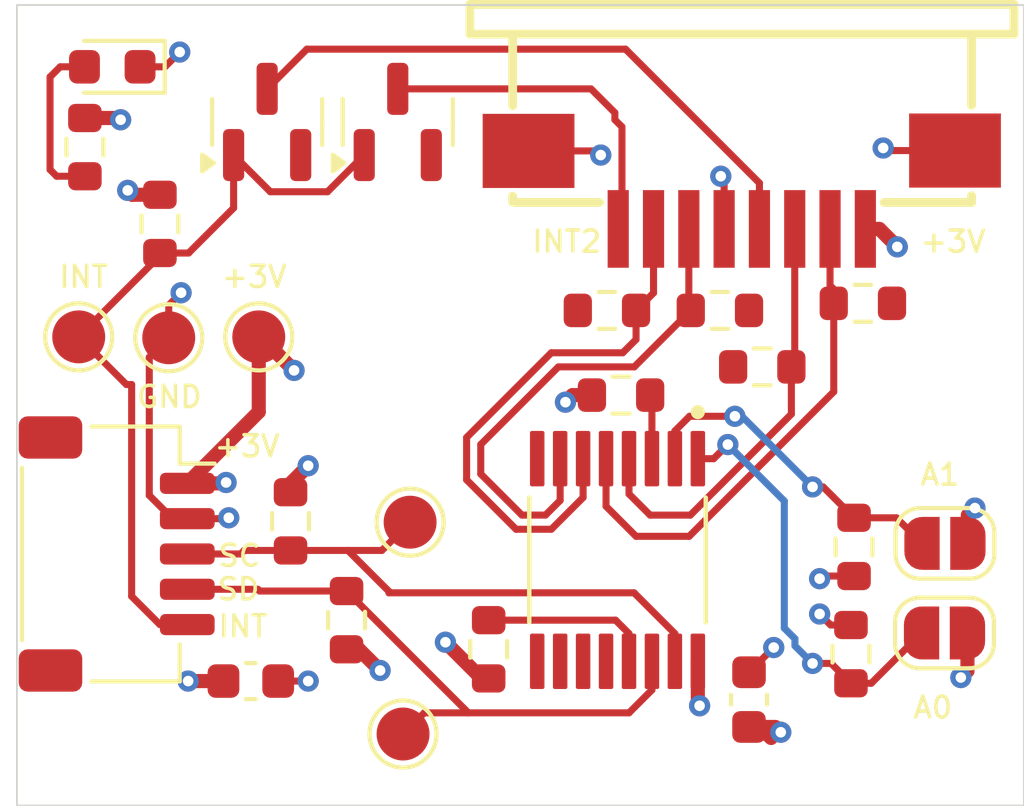
<source format=kicad_pcb>
(kicad_pcb (version 20241229) (generator "pcbnew") (generator_version "9.0")
  (layers (0 "F.Cu" signal) (4 "In1.Cu" signal) (6 "In2.Cu" signal) (2 "B.Cu" signal) (13 "F.Paste" user) (15 "B.Paste" user) (5 "F.SilkS" user "F.Silkscreen") (7 "B.SilkS" user "B.Silkscreen") (1 "F.Mask" user) (3 "B.Mask" user) (25 "Edge.Cuts" user))
  (net 0 "")
  (net 1 "+3.3V")
  (net 2 "GND")
  (net 3 "Net-(D1-A)")
  (net 4 "Net-(D2-A)")
  (net 7 "Net-(J1-Pin_4)")
  (net 8 "Net-(J1-Pin_3)")
  (net 9 "Net-(JP3-A)")
  (net 10 "Net-(JP4-A)")
  (net 11 "Net-(U1-~{RESET})")
  (net 16 "Net-(U1-A2)")
  (net 17 "/INT1")
  (net 18 "/INT2")
  (net 19 "/SCL2")
  (net 20 "/SCL1")
  (net 21 "/SDA1")
  (net 22 "/SDA2")
  (footprint "Capacitor_SMD:C_0603_1608Metric" (layer "F.Cu") (at 143.4875 62.3 180)
    (property "Reference" "C1" (hide yes))
    (property "Value" "2.2µF" (hide yes))
    (fp_line (start -0.14058 0.51) (end 0.14058 0.51) (stroke (width 0.12)) (layer "F.SilkS"))
    (fp_line (start -0.14058 -0.51) (end 0.14058 -0.51) (stroke (width 0.12)) (layer "F.SilkS"))
    (pad "1" smd roundrect (at -0.775 0 180) (size 0.9 0.95) (layers "F.Cu" "F.Mask" "F.Paste") (net 2 "GND"))
    (pad "2" smd roundrect (at 0.775 0 180) (size 0.9 0.95) (layers "F.Cu" "F.Mask" "F.Paste") (net 1 "+3.3V"))
  )
  (footprint "Resistor_SMD:R_0603_1608Metric" (layer "F.Cu") (at 160.825 51.6)
    (property "Reference" "R9" (hide yes))
    (property "Value" "4.7kΩ" (hide yes))
    (fp_line (start -0.237258 -0.5225) (end 0.237258 -0.5225) (stroke (width 0.12)) (layer "F.SilkS"))
    (fp_line (start -0.237258 0.5225) (end 0.237258 0.5225) (stroke (width 0.12)) (layer "F.SilkS"))
    (pad "1" smd roundrect (at -0.825 0) (size 0.8 0.95) (layers "F.Cu" "F.Mask" "F.Paste") (net 20 "/SCL1"))
    (pad "2" smd roundrect (at 0.825 0) (size 0.8 0.95) (layers "F.Cu" "F.Mask" "F.Paste") (net 1 "+3.3V"))
  )
  (footprint "TestPoint:TestPoint_Pad_D1.5mm" (layer "F.Cu") (at 143.7125 52.55)
    (property "Reference" "TP1" (hide yes))
    (property "Value" "TestPoint_Small" (hide yes))
    (fp_circle (center 0 0) (end 0 0.95) (stroke (width 0.12)) (fill no) (layer "F.SilkS"))
    (pad "1" smd circle (at 0 0) (size 1.5 1.5) (layers "F.Cu" "F.Mask") (net 1 "+3.3V"))
  )
  (footprint "TestPoint:TestPoint_Pad_D1.5mm" (layer "F.Cu") (at 147.8 63.8 -90)
    (property "Reference" "TP4" (hide yes))
    (property "Value" "TestPoint_Small" (hide yes))
    (fp_circle (center 0 0) (end 0 0.95) (stroke (width 0.12)) (fill no) (layer "F.SilkS"))
    (pad "1" smd circle (at 0 0 270) (size 1.5 1.5) (layers "F.Cu" "F.Mask") (net 7 "Net-(J1-Pin_4)"))
  )
  (footprint "Jumper:SolderJumper-2_P1.3mm_Open_RoundedPad1.0x1.5mm" (layer "F.Cu") (at 163.1375 60.9375)
    (property "Reference" "JP4" (hide yes))
    (property "Value" "SolderJumper_2_Open" (hide yes))
    (fp_line (start -1.4 0.3) (end -1.4 -0.3) (stroke (width 0.12)) (layer "F.SilkS"))
    (fp_line (start -0.7 -1) (end 0.7 -1) (stroke (width 0.12)) (layer "F.SilkS"))
    (fp_line (start 0.7 1) (end -0.7 1) (stroke (width 0.12)) (layer "F.SilkS"))
    (fp_line (start 1.4 -0.3) (end 1.4 0.3) (stroke (width 0.12)) (layer "F.SilkS"))
    (fp_arc (start -1.4 -0.3) (mid -1.194975 -0.794975) (end -0.7 -1) (stroke (width 0.12)) (layer "F.SilkS"))
    (fp_arc (start -0.7 1) (mid -1.194975 0.794975) (end -1.4 0.3) (stroke (width 0.12)) (layer "F.SilkS"))
    (fp_arc (start 0.7 -1) (mid 1.194975 -0.794975) (end 1.4 -0.3) (stroke (width 0.12)) (layer "F.SilkS"))
    (fp_arc (start 1.4 0.3) (mid 1.194975 0.794975) (end 0.7 1) (stroke (width 0.12)) (layer "F.SilkS"))
    (pad "1" smd custom (at -0.65 0) (size 1 0.5) (layers "F.Cu" "F.Mask") (net 10 "Net-(JP4-A)") (options (clearance outline) (anchor rect)) (primitives (gr_circle (center 0 0.25) (end 0.5 0.25) (width 0) (fill yes)) (gr_circle (center 0 -0.25) (end 0.5 -0.25) (width 0) (fill yes)) (gr_poly (pts (xy 0.5 0.75) (xy 0 0.75) (xy 0 -0.75) (xy 0.5 -0.75)) (width 0) (fill yes))))
    (pad "2" smd custom (at 0.65 0) (size 1 0.5) (layers "F.Cu" "F.Mask") (net 1 "+3.3V") (options (clearance outline) (anchor rect)) (primitives (gr_circle (center 0 0.25) (end 0.5 0.25) (width 0) (fill yes)) (gr_circle (center 0 -0.25) (end 0.5 -0.25) (width 0) (fill yes)) (gr_poly (pts (xy 0 0.75) (xy -0.5 0.75) (xy -0.5 -0.75) (xy 0 -0.75)) (width 0) (fill yes))))
  )
  (footprint "Resistor_SMD:R_0603_1608Metric" (layer "F.Cu") (at 153.575 51.8)
    (property "Reference" "R6" (hide yes))
    (property "Value" "4.7kΩ" (hide yes))
    (fp_line (start -0.237258 -0.5225) (end 0.237258 -0.5225) (stroke (width 0.12)) (layer "F.SilkS"))
    (fp_line (start -0.237258 0.5225) (end 0.237258 0.5225) (stroke (width 0.12)) (layer "F.SilkS"))
    (pad "1" smd roundrect (at -0.825 0) (size 0.8 0.95) (layers "F.Cu" "F.Mask" "F.Paste") (net 1 "+3.3V"))
    (pad "2" smd roundrect (at 0.825 0) (size 0.8 0.95) (layers "F.Cu" "F.Mask" "F.Paste") (net 22 "/SDA2"))
  )
  (footprint "Resistor_SMD:R_0603_1608Metric" (layer "F.Cu") (at 140.9125 49.35 -90)
    (property "Reference" "R5" (hide yes))
    (property "Value" "8.2kΩ" (hide yes))
    (fp_line (start -0.237258 0.5225) (end 0.237258 0.5225) (stroke (width 0.12)) (layer "F.SilkS"))
    (fp_line (start -0.237258 -0.5225) (end 0.237258 -0.5225) (stroke (width 0.12)) (layer "F.SilkS"))
    (pad "1" smd roundrect (at -0.825 0 270) (size 0.8 0.95) (layers "F.Cu" "F.Mask" "F.Paste") (net 1 "+3.3V"))
    (pad "2" smd roundrect (at 0.825 0 270) (size 0.8 0.95) (layers "F.Cu" "F.Mask" "F.Paste") (net 4 "Net-(D2-A)"))
  )
  (footprint "Resistor_SMD:R_0603_1608Metric" (layer "F.Cu") (at 160.575 58.5 90)
    (property "Reference" "R14" (hide yes))
    (property "Value" "10kΩ" (hide yes))
    (fp_line (start -0.237258 -0.5225) (end 0.237258 -0.5225) (stroke (width 0.12)) (layer "F.SilkS"))
    (fp_line (start -0.237258 0.5225) (end 0.237258 0.5225) (stroke (width 0.12)) (layer "F.SilkS"))
    (pad "1" smd roundrect (at -0.825 0 90) (size 0.8 0.95) (layers "F.Cu" "F.Mask" "F.Paste") (net 2 "GND"))
    (pad "2" smd roundrect (at 0.825 0 90) (size 0.8 0.95) (layers "F.Cu" "F.Mask" "F.Paste") (net 9 "Net-(JP3-A)"))
  )
  (footprint "Resistor_SMD:R_0603_1608Metric" (layer "F.Cu") (at 153.975 54.2 180)
    (property "Reference" "R3" (hide yes))
    (property "Value" "10kΩ" (hide yes))
    (fp_line (start -0.237258 0.5225) (end 0.237258 0.5225) (stroke (width 0.12)) (layer "F.SilkS"))
    (fp_line (start -0.237258 -0.5225) (end 0.237258 -0.5225) (stroke (width 0.12)) (layer "F.SilkS"))
    (pad "1" smd roundrect (at -0.825 0 180) (size 0.8 0.95) (layers "F.Cu" "F.Mask" "F.Paste") (net 11 "Net-(U1-~{RESET})"))
    (pad "2" smd roundrect (at 0.825 0 180) (size 0.8 0.95) (layers "F.Cu" "F.Mask" "F.Paste") (net 1 "+3.3V"))
  )
  (footprint "TestPoint:TestPoint_Pad_D1.5mm" (layer "F.Cu") (at 141.1625 52.575)
    (property "Reference" "TP2" (hide yes))
    (property "Value" "TestPoint_Small" (hide yes))
    (fp_circle (center 0 0) (end 0 0.95) (stroke (width 0.12)) (fill no) (layer "F.SilkS"))
    (pad "1" smd circle (at 0 0) (size 1.5 1.5) (layers "F.Cu" "F.Mask") (net 2 "GND"))
  )
  (footprint "Resistor_SMD:R_0603_1608Metric" (layer "F.Cu") (at 150.225 61.4 -90)
    (property "Reference" "R12" (hide yes))
    (property "Value" "10kΩ" (hide yes))
    (fp_line (start -0.237258 0.5225) (end 0.237258 0.5225) (stroke (width 0.12)) (layer "F.SilkS"))
    (fp_line (start -0.237258 -0.5225) (end 0.237258 -0.5225) (stroke (width 0.12)) (layer "F.SilkS"))
    (pad "1" smd roundrect (at -0.825 0 270) (size 0.8 0.95) (layers "F.Cu" "F.Mask" "F.Paste") (net 16 "Net-(U1-A2)"))
    (pad "2" smd roundrect (at 0.825 0 270) (size 0.8 0.95) (layers "F.Cu" "F.Mask" "F.Paste") (net 1 "+3.3V"))
  )
  (footprint "Resistor_SMD:R_0603_1608Metric" (layer "F.Cu") (at 160.4875 61.5375 -90)
    (property "Reference" "R13" (hide yes))
    (property "Value" "10kΩ" (hide yes))
    (fp_line (start -0.237258 0.5225) (end 0.237258 0.5225) (stroke (width 0.12)) (layer "F.SilkS"))
    (fp_line (start -0.237258 -0.5225) (end 0.237258 -0.5225) (stroke (width 0.12)) (layer "F.SilkS"))
    (pad "1" smd roundrect (at -0.825 0 270) (size 0.8 0.95) (layers "F.Cu" "F.Mask" "F.Paste") (net 2 "GND"))
    (pad "2" smd roundrect (at 0.825 0 270) (size 0.8 0.95) (layers "F.Cu" "F.Mask" "F.Paste") (net 10 "Net-(JP4-A)"))
  )
  (footprint "Package_TO_SOT_SMD:SOT-23" (layer "F.Cu") (at 147.65 46.4625 90)
    (property "Reference" "D3" (hide yes))
    (property "Value" "BAT54S" (hide yes))
    (fp_line (start 0 -1.56) (end 0.65 -1.56) (stroke (width 0.12)) (layer "F.SilkS"))
    (fp_line (start 0 -1.56) (end -0.65 -1.56) (stroke (width 0.12)) (layer "F.SilkS"))
    (fp_line (start 0 1.56) (end 0.65 1.56) (stroke (width 0.12)) (layer "F.SilkS"))
    (fp_line (start 0 1.56) (end -0.65 1.56) (stroke (width 0.12)) (layer "F.SilkS"))
    (fp_poly (pts (xy -1.1625 -1.51) (xy -1.4025 -1.84) (xy -0.9225 -1.84)) (stroke (width 0.12)) (fill yes) (layer "F.SilkS"))
    (pad "1" smd roundrect (at -0.9375 -0.95 90) (size 1.475 0.6) (layers "F.Cu" "F.Mask" "F.Paste") (net 4 "Net-(D2-A)"))
    (pad "2" smd roundrect (at -0.9375 0.95 90) (size 1.475 0.6) (layers "F.Cu" "F.Mask" "F.Paste"))
    (pad "3" smd roundrect (at 0.9375 0 90) (size 1.475 0.6) (layers "F.Cu" "F.Mask" "F.Paste") (net 18 "/INT2"))
  )
  (footprint "easyeda2kicad:FPC-SMD_8P-P1.00_FPC1.0-8P-SJ" (layer "F.Cu") (at 157.395 48.3825)
    (property "Reference" "FPC1" (hide yes))
    (property "Value" "FPC1.0-8P" (hide yes))
    (fp_line (start -7.7 -5.25) (end -7.7 -4.42) (stroke (width 0.25)) (layer "F.SilkS"))
    (fp_line (start -7.7 -5.25) (end -6.5 -5.25) (stroke (width 0.25)) (layer "F.SilkS"))
    (fp_line (start -7.7 -4.41) (end 7.71 -4.41) (stroke (width 0.25)) (layer "F.SilkS"))
    (fp_line (start -6.49 -2.38) (end -6.49 -4.41) (stroke (width 0.25)) (layer "F.SilkS"))
    (fp_line (start -6.49 0.35) (end -6.49 0.18) (stroke (width 0.25)) (layer "F.SilkS"))
    (fp_line (start -4.03 0.36) (end -6.42 0.36) (stroke (width 0.25)) (layer "F.SilkS"))
    (fp_line (start 6.51 -4.39) (end 6.51 -2.39) (stroke (width 0.25)) (layer "F.SilkS"))
    (fp_line (start 6.51 0.17) (end 6.51 0.36) (stroke (width 0.25)) (layer "F.SilkS"))
    (fp_line (start 6.51 0.36) (end 4.03 0.36) (stroke (width 0.25)) (layer "F.SilkS"))
    (fp_line (start 7.71 -5.25) (end -6.49 -5.25) (stroke (width 0.25)) (layer "F.SilkS"))
    (fp_line (start 7.71 -5.25) (end 7.71 -4.42) (stroke (width 0.25)) (layer "F.SilkS"))
    (pad "1" smd rect (at 3.5 1.11) (size 0.6 2.2) (layers "F.Cu" "F.Mask" "F.Paste") (net 1 "+3.3V"))
    (pad "2" smd rect (at 2.5 1.11) (size 0.6 2.2) (layers "F.Cu" "F.Mask" "F.Paste") (net 20 "/SCL1"))
    (pad "3" smd rect (at 1.5 1.11) (size 0.6 2.2) (layers "F.Cu" "F.Mask" "F.Paste") (net 21 "/SDA1"))
    (pad "4" smd rect (at 0.5 1.11) (size 0.6 2.2) (layers "F.Cu" "F.Mask" "F.Paste") (net 17 "/INT1"))
    (pad "5" smd rect (at -0.5 1.11) (size 0.6 2.2) (layers "F.Cu" "F.Mask" "F.Paste") (net 2 "GND"))
    (pad "6" smd rect (at -1.5 1.11) (size 0.6 2.2) (layers "F.Cu" "F.Mask" "F.Paste") (net 19 "/SCL2"))
    (pad "7" smd rect (at -2.5 1.11) (size 0.6 2.2) (layers "F.Cu" "F.Mask" "F.Paste") (net 22 "/SDA2"))
    (pad "8" smd rect (at -3.5 1.11) (size 0.6 2.2) (layers "F.Cu" "F.Mask" "F.Paste") (net 18 "/INT2"))
    (pad "9" smd rect (at 6.04 -1.11 90) (size 2.1 2.6) (layers "F.Cu" "F.Mask" "F.Paste") (net 2 "GND"))
    (pad "10" smd rect (at -6.04 -1.1 90) (size 2.1 2.6) (layers "F.Cu" "F.Mask" "F.Paste") (net 2 "GND"))
  )
  (footprint "Resistor_SMD:R_0603_1608Metric" (layer "F.Cu") (at 157.975 53.4 180)
    (property "Reference" "R8" (hide yes))
    (property "Value" "4.7kΩ" (hide yes))
    (fp_line (start -0.237258 0.5225) (end 0.237258 0.5225) (stroke (width 0.12)) (layer "F.SilkS"))
    (fp_line (start -0.237258 -0.5225) (end 0.237258 -0.5225) (stroke (width 0.12)) (layer "F.SilkS"))
    (pad "1" smd roundrect (at -0.825 0 180) (size 0.8 0.95) (layers "F.Cu" "F.Mask" "F.Paste") (net 21 "/SDA1"))
    (pad "2" smd roundrect (at 0.825 0 180) (size 0.8 0.95) (layers "F.Cu" "F.Mask" "F.Paste") (net 1 "+3.3V"))
  )
  (footprint "LED_SMD:LED_0603_1608Metric" (layer "F.Cu") (at 139.5625 44.9 180)
    (property "Reference" "D1" (hide yes))
    (property "Value" "LED" (hide yes))
    (fp_line (start 0.8 -0.735) (end -1.485 -0.735) (stroke (width 0.12)) (layer "F.SilkS"))
    (fp_line (start -1.485 0.735) (end 0.8 0.735) (stroke (width 0.12)) (layer "F.SilkS"))
    (fp_line (start -1.485 -0.735) (end -1.485 0.735) (stroke (width 0.12)) (layer "F.SilkS"))
    (pad "1" smd roundrect (at -0.7875 0 180) (size 0.875 0.95) (layers "F.Cu" "F.Mask" "F.Paste") (net 2 "GND"))
    (pad "2" smd roundrect (at 0.7875 0 180) (size 0.875 0.95) (layers "F.Cu" "F.Mask" "F.Paste") (net 3 "Net-(D1-A)"))
  )
  (footprint "TestPoint:TestPoint_Pad_D1.5mm" (layer "F.Cu") (at 148 57.8 -90)
    (property "Reference" "TP3" (hide yes))
    (property "Value" "TestPoint_Small" (hide yes))
    (fp_circle (center 0 0) (end 0 0.95) (stroke (width 0.12)) (fill no) (layer "F.SilkS"))
    (pad "1" smd circle (at 0 0 270) (size 1.5 1.5) (layers "F.Cu" "F.Mask") (net 8 "Net-(J1-Pin_3)"))
  )
  (footprint "motion-play-footprints:SOP65P640X120-16N" (layer "F.Cu") (at 153.875 58.87 -90)
    (property "Reference" "U1" (hide yes))
    (property "Value" "PCA9546APWR" (hide yes))
    (fp_line (start 1.765 2.5) (end -1.765 2.5) (stroke (width 0.127)) (layer "F.SilkS"))
    (fp_line (start -1.765 -2.5) (end 1.765 -2.5) (stroke (width 0.127)) (layer "F.SilkS"))
    (fp_circle (center -4.19 -2.275) (end -4.09 -2.275) (stroke (width 0.2)) (fill no) (layer "F.SilkS"))
    (pad "1" smd roundrect (at -2.87 -2.275 270) (size 1.57 0.41) (layers "F.Cu" "F.Mask" "F.Paste") (roundrect_rratio 0.125) (net 10 "Net-(JP4-A)"))
    (pad "2" smd roundrect (at -2.87 -1.625 270) (size 1.57 0.41) (layers "F.Cu" "F.Mask" "F.Paste") (roundrect_rratio 0.125) (net 9 "Net-(JP3-A)"))
    (pad "3" smd roundrect (at -2.87 -0.975 270) (size 1.57 0.41) (layers "F.Cu" "F.Mask" "F.Paste") (roundrect_rratio 0.125) (net 11 "Net-(U1-~{RESET})"))
    (pad "4" smd roundrect (at -2.87 -0.325 270) (size 1.57 0.41) (layers "F.Cu" "F.Mask" "F.Paste") (roundrect_rratio 0.125) (net 21 "/SDA1"))
    (pad "5" smd roundrect (at -2.87 0.325 270) (size 1.57 0.41) (layers "F.Cu" "F.Mask" "F.Paste") (roundrect_rratio 0.125) (net 20 "/SCL1"))
    (pad "6" smd roundrect (at -2.87 0.975 270) (size 1.57 0.41) (layers "F.Cu" "F.Mask" "F.Paste") (roundrect_rratio 0.125) (net 22 "/SDA2"))
    (pad "7" smd roundrect (at -2.87 1.625 270) (size 1.57 0.41) (layers "F.Cu" "F.Mask" "F.Paste") (roundrect_rratio 0.125) (net 19 "/SCL2"))
    (pad "8" smd roundrect (at -2.87 2.275 270) (size 1.57 0.41) (layers "F.Cu" "F.Mask" "F.Paste") (roundrect_rratio 0.125) (net 2 "GND"))
    (pad "9" smd roundrect (at 2.87 2.275 270) (size 1.57 0.41) (layers "F.Cu" "F.Mask" "F.Paste") (roundrect_rratio 0.125))
    (pad "10" smd roundrect (at 2.87 1.625 270) (size 1.57 0.41) (layers "F.Cu" "F.Mask" "F.Paste") (roundrect_rratio 0.125))
    (pad "11" smd roundrect (at 2.87 0.975 270) (size 1.57 0.41) (layers "F.Cu" "F.Mask" "F.Paste") (roundrect_rratio 0.125))
    (pad "12" smd roundrect (at 2.87 0.325 270) (size 1.57 0.41) (layers "F.Cu" "F.Mask" "F.Paste") (roundrect_rratio 0.125))
    (pad "13" smd roundrect (at 2.87 -0.325 270) (size 1.57 0.41) (layers "F.Cu" "F.Mask" "F.Paste") (roundrect_rratio 0.125) (net 16 "Net-(U1-A2)"))
    (pad "14" smd roundrect (at 2.87 -0.975 270) (size 1.57 0.41) (layers "F.Cu" "F.Mask" "F.Paste") (roundrect_rratio 0.125) (net 7 "Net-(J1-Pin_4)"))
    (pad "15" smd roundrect (at 2.87 -1.625 270) (size 1.57 0.41) (layers "F.Cu" "F.Mask" "F.Paste") (roundrect_rratio 0.125) (net 8 "Net-(J1-Pin_3)"))
    (pad "16" smd roundrect (at 2.87 -2.275 270) (size 1.57 0.41) (layers "F.Cu" "F.Mask" "F.Paste") (roundrect_rratio 0.125) (net 1 "+3.3V"))
  )
  (footprint "Package_TO_SOT_SMD:SOT-23" (layer "F.Cu") (at 143.95 46.4625 90)
    (property "Reference" "D2" (hide yes))
    (property "Value" "BAT54S" (hide yes))
    (fp_line (start 0 -1.56) (end 0.65 -1.56) (stroke (width 0.12)) (layer "F.SilkS"))
    (fp_line (start 0 -1.56) (end -0.65 -1.56) (stroke (width 0.12)) (layer "F.SilkS"))
    (fp_line (start 0 1.56) (end 0.65 1.56) (stroke (width 0.12)) (layer "F.SilkS"))
    (fp_line (start 0 1.56) (end -0.65 1.56) (stroke (width 0.12)) (layer "F.SilkS"))
    (fp_poly (pts (xy -1.1625 -1.51) (xy -1.4025 -1.84) (xy -0.9225 -1.84)) (stroke (width 0.12)) (fill yes) (layer "F.SilkS"))
    (pad "1" smd roundrect (at -0.9375 -0.95 90) (size 1.475 0.6) (layers "F.Cu" "F.Mask" "F.Paste") (net 4 "Net-(D2-A)"))
    (pad "2" smd roundrect (at -0.9375 0.95 90) (size 1.475 0.6) (layers "F.Cu" "F.Mask" "F.Paste"))
    (pad "3" smd roundrect (at 0.9375 0 90) (size 1.475 0.6) (layers "F.Cu" "F.Mask" "F.Paste") (net 17 "/INT1"))
  )
  (footprint "Resistor_SMD:R_0603_1608Metric" (layer "F.Cu") (at 146.2 60.575 90)
    (property "Reference" "R2" (hide yes))
    (property "Value" "4.7kΩ" (hide yes))
    (fp_line (start -0.237258 -0.5225) (end 0.237258 -0.5225) (stroke (width 0.12)) (layer "F.SilkS"))
    (fp_line (start -0.237258 0.5225) (end 0.237258 0.5225) (stroke (width 0.12)) (layer "F.SilkS"))
    (pad "1" smd roundrect (at -0.825 0 90) (size 0.8 0.95) (layers "F.Cu" "F.Mask" "F.Paste") (net 1 "+3.3V"))
    (pad "2" smd roundrect (at 0.825 0 90) (size 0.8 0.95) (layers "F.Cu" "F.Mask" "F.Paste") (net 7 "Net-(J1-Pin_4)"))
  )
  (footprint "Jumper:SolderJumper-2_P1.3mm_Open_RoundedPad1.0x1.5mm" (layer "F.Cu") (at 163.15 58.4)
    (property "Reference" "JP3" (hide yes))
    (property "Value" "SolderJumper_2_Open" (hide yes))
    (fp_line (start -1.4 0.3) (end -1.4 -0.3) (stroke (width 0.12)) (layer "F.SilkS"))
    (fp_line (start -0.7 -1) (end 0.7 -1) (stroke (width 0.12)) (layer "F.SilkS"))
    (fp_line (start 0.7 1) (end -0.7 1) (stroke (width 0.12)) (layer "F.SilkS"))
    (fp_line (start 1.4 -0.3) (end 1.4 0.3) (stroke (width 0.12)) (layer "F.SilkS"))
    (fp_arc (start -1.4 -0.3) (mid -1.194975 -0.794975) (end -0.7 -1) (stroke (width 0.12)) (layer "F.SilkS"))
    (fp_arc (start -0.7 1) (mid -1.194975 0.794975) (end -1.4 0.3) (stroke (width 0.12)) (layer "F.SilkS"))
    (fp_arc (start 0.7 -1) (mid 1.194975 -0.794975) (end 1.4 -0.3) (stroke (width 0.12)) (layer "F.SilkS"))
    (fp_arc (start 1.4 0.3) (mid 1.194975 0.794975) (end 0.7 1) (stroke (width 0.12)) (layer "F.SilkS"))
    (pad "1" smd custom (at -0.65 0) (size 1 0.5) (layers "F.Cu" "F.Mask") (net 9 "Net-(JP3-A)") (options (clearance outline) (anchor rect)) (primitives (gr_circle (center 0 0.25) (end 0.5 0.25) (width 0) (fill yes)) (gr_circle (center 0 -0.25) (end 0.5 -0.25) (width 0) (fill yes)) (gr_poly (pts (xy 0.5 0.75) (xy 0 0.75) (xy 0 -0.75) (xy 0.5 -0.75)) (width 0) (fill yes))))
    (pad "2" smd custom (at 0.65 0) (size 1 0.5) (layers "F.Cu" "F.Mask") (net 1 "+3.3V") (options (clearance outline) (anchor rect)) (primitives (gr_circle (center 0 0.25) (end 0.5 0.25) (width 0) (fill yes)) (gr_circle (center 0 -0.25) (end 0.5 -0.25) (width 0) (fill yes)) (gr_poly (pts (xy 0 0.75) (xy -0.5 0.75) (xy -0.5 -0.75) (xy 0 -0.75)) (width 0) (fill yes))))
  )
  (footprint "Resistor_SMD:R_0603_1608Metric" (layer "F.Cu") (at 156.775 51.8 180)
    (property "Reference" "R7" (hide yes))
    (property "Value" "4.7kΩ" (hide yes))
    (fp_line (start -0.237258 0.5225) (end 0.237258 0.5225) (stroke (width 0.12)) (layer "F.SilkS"))
    (fp_line (start -0.237258 -0.5225) (end 0.237258 -0.5225) (stroke (width 0.12)) (layer "F.SilkS"))
    (pad "1" smd roundrect (at -0.825 0 180) (size 0.8 0.95) (layers "F.Cu" "F.Mask" "F.Paste") (net 1 "+3.3V"))
    (pad "2" smd roundrect (at 0.825 0 180) (size 0.8 0.95) (layers "F.Cu" "F.Mask" "F.Paste") (net 19 "/SCL2"))
  )
  (footprint "TestPoint:TestPoint_Pad_D1.5mm" (layer "F.Cu") (at 138.6125 52.55)
    (property "Reference" "TP5" (hide yes))
    (property "Value" "TestPoint_Small" (hide yes))
    (fp_circle (center 0 0) (end 0 0.95) (stroke (width 0.12)) (fill no) (layer "F.SilkS"))
    (pad "1" smd circle (at 0 0) (size 1.5 1.5) (layers "F.Cu" "F.Mask") (net 4 "Net-(D2-A)"))
  )
  (footprint "Connector_JST:JST_SH_SM05B-SRSS-TB_1x05-1MP_P1.00mm_Horizontal" (layer "F.Cu") (at 139.6875 58.7 -90)
    (property "Reference" "J1" (hide yes))
    (property "Value" "Conn_01x05" (hide yes))
    (fp_line (start -2.44 2.685) (end 2.44 2.685) (stroke (width 0.12)) (layer "F.SilkS"))
    (fp_line (start -3.61 0.715) (end -3.61 -1.785) (stroke (width 0.12)) (layer "F.SilkS"))
    (fp_line (start 3.61 0.715) (end 3.61 -1.785) (stroke (width 0.12)) (layer "F.SilkS"))
    (fp_line (start -3.61 -1.785) (end -2.56 -1.785) (stroke (width 0.12)) (layer "F.SilkS"))
    (fp_line (start -2.56 -1.785) (end -2.56 -2.775) (stroke (width 0.12)) (layer "F.SilkS"))
    (fp_line (start 3.61 -1.785) (end 2.56 -1.785) (stroke (width 0.12)) (layer "F.SilkS"))
    (pad "1" smd roundrect (at -2 -2 270) (size 0.6 1.55) (layers "F.Cu" "F.Mask" "F.Paste") (net 1 "+3.3V"))
    (pad "2" smd roundrect (at -1 -2 270) (size 0.6 1.55) (layers "F.Cu" "F.Mask" "F.Paste") (net 2 "GND"))
    (pad "3" smd roundrect (at 0 -2 270) (size 0.6 1.55) (layers "F.Cu" "F.Mask" "F.Paste") (net 8 "Net-(J1-Pin_3)"))
    (pad "4" smd roundrect (at 1 -2 270) (size 0.6 1.55) (layers "F.Cu" "F.Mask" "F.Paste") (net 7 "Net-(J1-Pin_4)"))
    (pad "5" smd roundrect (at 2 -2 270) (size 0.6 1.55) (layers "F.Cu" "F.Mask" "F.Paste") (net 4 "Net-(D2-A)"))
    (pad "MP" smd roundrect (at -3.3 1.875 270) (size 1.2 1.8) (layers "F.Cu" "F.Mask" "F.Paste") (roundrect_rratio 0.208333))
    (pad "MP" smd roundrect (at 3.3 1.875 270) (size 1.2 1.8) (layers "F.Cu" "F.Mask" "F.Paste") (roundrect_rratio 0.208333))
  )
  (footprint "Resistor_SMD:R_0603_1608Metric" (layer "F.Cu") (at 144.6125 57.775 -90)
    (property "Reference" "R1" (hide yes))
    (property "Value" "4.7kΩ" (hide yes))
    (fp_line (start -0.237258 0.5225) (end 0.237258 0.5225) (stroke (width 0.12)) (layer "F.SilkS"))
    (fp_line (start -0.237258 -0.5225) (end 0.237258 -0.5225) (stroke (width 0.12)) (layer "F.SilkS"))
    (pad "1" smd roundrect (at -0.825 0 270) (size 0.8 0.95) (layers "F.Cu" "F.Mask" "F.Paste") (net 1 "+3.3V"))
    (pad "2" smd roundrect (at 0.825 0 270) (size 0.8 0.95) (layers "F.Cu" "F.Mask" "F.Paste") (net 8 "Net-(J1-Pin_3)"))
  )
  (footprint "Capacitor_SMD:C_0603_1608Metric" (layer "F.Cu") (at 157.6 62.825 -90)
    (property "Reference" "C2" (hide yes))
    (property "Value" "0.1µF" (hide yes))
    (fp_line (start -0.14058 0.51) (end 0.14058 0.51) (stroke (width 0.12)) (layer "F.SilkS"))
    (fp_line (start -0.14058 -0.51) (end 0.14058 -0.51) (stroke (width 0.12)) (layer "F.SilkS"))
    (pad "1" smd roundrect (at -0.775 0 270) (size 0.9 0.95) (layers "F.Cu" "F.Mask" "F.Paste") (net 2 "GND"))
    (pad "2" smd roundrect (at 0.775 0 270) (size 0.9 0.95) (layers "F.Cu" "F.Mask" "F.Paste") (net 1 "+3.3V"))
  )
  (footprint "Resistor_SMD:R_0603_1608Metric" (layer "F.Cu") (at 138.7875 47.175 90)
    (property "Reference" "R4" (hide yes))
    (property "Value" "1kΩ" (hide yes))
    (fp_line (start -0.237258 -0.5225) (end 0.237258 -0.5225) (stroke (width 0.12)) (layer "F.SilkS"))
    (fp_line (start -0.237258 0.5225) (end 0.237258 0.5225) (stroke (width 0.12)) (layer "F.SilkS"))
    (pad "1" smd roundrect (at -0.825 0 90) (size 0.8 0.95) (layers "F.Cu" "F.Mask" "F.Paste") (net 3 "Net-(D1-A)"))
    (pad "2" smd roundrect (at 0.825 0 90) (size 0.8 0.95) (layers "F.Cu" "F.Mask" "F.Paste") (net 1 "+3.3V"))
  )
  (gr_rect (start 136.8625 43.15) (end 165.3875 65.825) (stroke (width 0.05)) (fill no) (layer "Edge.Cuts"))
  (gr_text "INT" (at 138 51.2 0) (layer "F.SilkS") (effects (font (size 0.6 0.6) (thickness 0.1)) (justify left bottom)))
  (gr_text "SC" (at 142.5125 59.1 0) (layer "F.SilkS") (effects (font (size 0.6 0.6) (thickness 0.1)) (justify left bottom)))
  (gr_text "+3V" (at 162.4 50.2 0) (layer "F.SilkS") (effects (font (size 0.6 0.6) (thickness 0.1)) (justify left bottom)))
  (gr_text "+3V" (at 142.6 51.2 0) (layer "F.SilkS") (effects (font (size 0.6 0.6) (thickness 0.1)) (justify left bottom)))
  (gr_text "INT" (at 142.5125 61.1 0) (layer "F.SilkS") (effects (font (size 0.6 0.6) (thickness 0.1)) (justify left bottom)))
  (gr_text "A0" (at 162.2 63.4 0) (layer "F.SilkS") (effects (font (size 0.6 0.6) (thickness 0.1)) (justify left bottom)))
  (gr_text "A1" (at 162.4 56.8 0) (layer "F.SilkS") (effects (font (size 0.6 0.6) (thickness 0.1)) (justify left bottom)))
  (gr_text "INT2" (at 151.4 50.2 0) (layer "F.SilkS") (effects (font (size 0.6 0.6) (thickness 0.1)) (justify left bottom)))
  (gr_text "GND" (at 140.2 54.6 0) (layer "F.SilkS") (effects (font (size 0.6 0.6) (thickness 0.1)) (justify left bottom)))
  (gr_text "+3V" (at 142.4 56 0) (layer "F.SilkS") (effects (font (size 0.6 0.6) (thickness 0.1)) (justify left bottom)))
  (gr_text "SD" (at 142.4875 60.05 0) (layer "F.SilkS") (effects (font (size 0.6 0.6) (thickness 0.1)) (justify left bottom)))
  (segment (start 142.7125 62.3) (end 141.7125 62.3) (width 0.4) (layer "F.Cu") (net 1))
  (segment (start 141.6875 56.7) (end 143.7125 54.675) (width 0.4) (layer "F.Cu") (net 1))
  (segment (start 152.6 54.2) (end 152.4 54.4) (width 0.4) (layer "F.Cu") (net 1))
  (segment (start 144.6125 56.95) (end 144.6125 56.7) (width 0.4) (layer "F.Cu") (net 1))
  (segment (start 163.8 58.4) (end 163.8 57.6) (width 0.4) (layer "F.Cu") (net 1))
  (segment (start 138.7875 46.35) (end 139.75 46.35) (width 0.4) (layer "F.Cu") (net 1))
  (segment (start 156.15 62.95) (end 156.2 63) (width 0.4) (layer "F.Cu") (net 1))
  (segment (start 140.125 48.525) (end 140 48.4) (width 0.4) (layer "F.Cu") (net 1))
  (segment (start 144.6125 56.7) (end 145.1125 56.2) (width 0.4) (layer "F.Cu") (net 1))
  (segment (start 146.2 61.4) (end 146.55 61.4) (width 0.4) (layer "F.Cu") (net 1))
  (segment (start 163.7875 62.0125) (end 163.6 62.2) (width 0.4) (layer "F.Cu") (net 1))
  (segment (start 142.7625 56.7) (end 142.7875 56.675) (width 0.4) (layer "F.Cu") (net 1))
  (segment (start 160.895 49.4925) (end 161.2925 49.4925) (width 0.4) (layer "F.Cu") (net 1))
  (segment (start 158.075 63.7625) (end 158.225 63.9125) (width 0.4) (layer "F.Cu") (net 1))
  (segment (start 156.15 61.74) (end 156.15 62.95) (width 0.4) (layer "F.Cu") (net 1))
  (segment (start 140.9125 48.525) (end 140.125 48.525) (width 0.4) (layer "F.Cu") (net 1))
  (segment (start 150.025 62.225) (end 149 61.2) (width 0.4) (layer "F.Cu") (net 1))
  (segment (start 163.7875 60.9375) (end 163.7875 62.0125) (width 0.4) (layer "F.Cu") (net 1))
  (segment (start 153.15 54.2) (end 152.6 54.2) (width 0.4) (layer "F.Cu") (net 1))
  (segment (start 143.7125 54.675) (end 143.7125 52.55) (width 0.4) (layer "F.Cu") (net 1))
  (segment (start 157.6 63.6) (end 158.35 63.6) (width 0.4) (layer "F.Cu") (net 1))
  (segment (start 139.75 46.35) (end 139.8 46.4) (width 0.4) (layer "F.Cu") (net 1))
  (segment (start 143.7625 52.55) (end 144.7125 53.5) (width 0.4) (layer "F.Cu") (net 1))
  (segment (start 161.2925 49.4925) (end 161.8 50) (width 0.4) (layer "F.Cu") (net 1))
  (segment (start 163.8 57.6) (end 164 57.4) (width 0.4) (layer "F.Cu") (net 1))
  (segment (start 150.225 62.225) (end 150.025 62.225) (width 0.4) (layer "F.Cu") (net 1))
  (segment (start 146.55 61.4) (end 147.15 62) (width 0.4) (layer "F.Cu") (net 1))
  (segment (start 143.7125 52.55) (end 143.7625 52.55) (width 0.4) (layer "F.Cu") (net 1))
  (segment (start 141.6875 56.7) (end 142.7625 56.7) (width 0.4) (layer "F.Cu") (net 1))
  (via (at 149 61.2) (size 0.6) (drill 0.3) (layers "F.Cu" "B.Cu") (net 1))
  (via (at 141.7125 62.3) (size 0.6) (drill 0.3) (layers "F.Cu" "B.Cu") (net 1))
  (via (at 147.15 62) (size 0.6) (drill 0.3) (layers "F.Cu" "B.Cu") (net 1))
  (via (at 164 57.4) (size 0.6) (drill 0.3) (layers "F.Cu" "B.Cu") (net 1))
  (via (at 140 48.4) (size 0.6) (drill 0.3) (layers "F.Cu" "B.Cu") (net 1))
  (via (at 139.8 46.4) (size 0.6) (drill 0.3) (layers "F.Cu" "B.Cu") (net 1))
  (via (at 144.7125 53.5) (size 0.6) (drill 0.3) (layers "F.Cu" "B.Cu") (net 1))
  (via (at 145.1125 56.2) (size 0.6) (drill 0.3) (layers "F.Cu" "B.Cu") (net 1))
  (via (at 142.7875 56.675) (size 0.6) (drill 0.3) (layers "F.Cu" "B.Cu") (net 1))
  (via (at 158.5 63.75) (size 0.6) (drill 0.3) (layers "F.Cu" "B.Cu") (net 1))
  (via (at 163.6 62.2) (size 0.6) (drill 0.3) (layers "F.Cu" "B.Cu") (net 1))
  (via (at 161.8 50) (size 0.6) (drill 0.3) (layers "F.Cu" "B.Cu") (net 1))
  (via (at 152.4 54.4) (size 0.6) (drill 0.3) (layers "F.Cu" "B.Cu") (net 1))
  (via (at 156.2 63) (size 0.6) (drill 0.3) (layers "F.Cu" "B.Cu") (net 1))
  (segment (start 142.8375 57.7) (end 142.8625 57.675) (width 0.2) (layer "F.Cu") (net 2))
  (segment (start 160.575 59.325) (end 159.675 59.325) (width 0.2) (layer "F.Cu") (net 2))
  (segment (start 141.055726 44.9) (end 141.473387 44.482339) (width 0.2) (layer "F.Cu") (net 2))
  (segment (start 160.4875 60.7125) (end 159.9125 60.7125) (width 0.2) (layer "F.Cu") (net 2))
  (segment (start 140.35 44.9) (end 141.055726 44.9) (width 0.2) (layer "F.Cu") (net 2))
  (segment (start 144.2625 62.3) (end 145.1125 62.3) (width 0.2) (layer "F.Cu") (net 2))
  (segment (start 140.6115 57.040968) (end 140.6115 53.126) (width 0.2) (layer "F.Cu") (net 2))
  (segment (start 141.6875 57.7) (end 141.270532 57.7) (width 0.2) (layer "F.Cu") (net 2))
  (segment (start 156.895 49.4925) (end 156.895 48.095) (width 0.2) (layer "F.Cu") (net 2))
  (segment (start 141.270532 57.7) (end 140.6115 57.040968) (width 0.2) (layer "F.Cu") (net 2))
  (segment (start 153.2825 47.2825) (end 153.4 47.4) (width 0.2) (layer "F.Cu") (net 2))
  (segment (start 157.6 62.05) (end 158.3 61.35) (width 0.2) (layer "F.Cu") (net 2))
  (segment (start 151.355 47.2825) (end 153.2825 47.2825) (width 0.2) (layer "F.Cu") (net 2))
  (segment (start 159.9125 60.7125) (end 159.6 60.4) (width 0.2) (layer "F.Cu") (net 2))
  (segment (start 161.4725 47.2725) (end 161.4 47.2) (width 0.2) (layer "F.Cu") (net 2))
  (segment (start 141.1625 51.65) (end 141.5125 51.3) (width 0.2) (layer "F.Cu") (net 2))
  (segment (start 141.6875 57.7) (end 142.8375 57.7) (width 0.2) (layer "F.Cu") (net 2))
  (segment (start 140.6115 53.126) (end 141.1625 52.575) (width 0.2) (layer "F.Cu") (net 2))
  (segment (start 163.435 47.2725) (end 161.4725 47.2725) (width 0.2) (layer "F.Cu") (net 2))
  (segment (start 141.1625 52.575) (end 141.1625 51.65) (width 0.2) (layer "F.Cu") (net 2))
  (segment (start 156.895 48.095) (end 156.8 48) (width 0.2) (layer "F.Cu") (net 2))
  (segment (start 159.675 59.325) (end 159.6 59.4) (width 0.2) (layer "F.Cu") (net 2))
  (via (at 153.4 47.4) (size 0.6) (drill 0.3) (layers "F.Cu" "B.Cu") (net 2))
  (via (at 158.3 61.35) (size 0.6) (drill 0.3) (layers "F.Cu" "B.Cu") (net 2))
  (via (at 156.8 48) (size 0.6) (drill 0.3) (layers "F.Cu" "B.Cu") (net 2))
  (via (at 159.6 59.4) (size 0.6) (drill 0.3) (layers "F.Cu" "B.Cu") (net 2))
  (via (at 159.6 60.4) (size 0.6) (drill 0.3) (layers "F.Cu" "B.Cu") (net 2))
  (via (at 142.8625 57.675) (size 0.6) (drill 0.3) (layers "F.Cu" "B.Cu") (net 2))
  (via (at 145.1125 62.3) (size 0.6) (drill 0.3) (layers "F.Cu" "B.Cu") (net 2))
  (via (at 141.473387 44.482339) (size 0.6) (drill 0.3) (layers "F.Cu" "B.Cu") (net 2))
  (via (at 161.4 47.2) (size 0.6) (drill 0.3) (layers "F.Cu" "B.Cu") (net 2))
  (via (at 141.5125 51.3) (size 0.6) (drill 0.3) (layers "F.Cu" "B.Cu") (net 2))
  (segment (start 137.9875 48) (end 137.8 47.8125) (width 0.2) (layer "F.Cu") (net 3))
  (segment (start 137.8 47.8125) (end 137.8 45.1875) (width 0.2) (layer "F.Cu") (net 3))
  (segment (start 137.8 45.1875) (end 138.0875 44.9) (width 0.2) (layer "F.Cu") (net 3))
  (segment (start 138.7875 48) (end 137.9875 48) (width 0.2) (layer "F.Cu") (net 3))
  (segment (start 138.0875 44.9) (end 138.775 44.9) (width 0.2) (layer "F.Cu") (net 3))
  (segment (start 141.725 50.175) (end 143 48.9) (width 0.2) (layer "F.Cu") (net 4))
  (segment (start 140.1115 59.898999) (end 140.912501 60.7) (width 0.2) (layer "F.Cu") (net 4))
  (segment (start 140.912501 60.7) (end 141.6875 60.7) (width 0.2) (layer "F.Cu") (net 4))
  (segment (start 144.0385 48.4385) (end 145.6615 48.4385) (width 0.2) (layer "F.Cu") (net 4))
  (segment (start 141.566968 50.175) (end 141.725 50.175) (width 0.2) (layer "F.Cu") (net 4))
  (segment (start 140.9125 50.175) (end 141.566968 50.175) (width 0.2) (layer "F.Cu") (net 4))
  (segment (start 140.9125 50.25) (end 140.9125 50.175) (width 0.2) (layer "F.Cu") (net 4))
  (segment (start 143 48.9) (end 143 47.4) (width 0.2) (layer "F.Cu") (net 4))
  (segment (start 145.6615 48.4385) (end 146.7 47.4) (width 0.2) (layer "F.Cu") (net 4))
  (segment (start 139.9625 53.9) (end 138.6125 52.55) (width 0.2) (layer "F.Cu") (net 4))
  (segment (start 140.1115 53.9) (end 140.1115 59.898999) (width 0.2) (layer "F.Cu") (net 4))
  (segment (start 140.1115 53.9) (end 139.9625 53.9) (width 0.2) (layer "F.Cu") (net 4))
  (segment (start 143 47.4) (end 144.0385 48.4385) (width 0.2) (layer "F.Cu") (net 4))
  (segment (start 138.6125 52.55) (end 140.9125 50.25) (width 0.2) (layer "F.Cu") (net 4))
  (segment (start 146.2 59.75) (end 149.65 63.2) (width 0.2) (layer "F.Cu") (net 7))
  (segment (start 143.7375 59.75) (end 146.2 59.75) (width 0.2) (layer "F.Cu") (net 7))
  (segment (start 148.4 63.2) (end 147.8 63.8) (width 0.2) (layer "F.Cu") (net 7))
  (segment (start 154.85 62.55) (end 154.85 61.74) (width 0.2) (layer "F.Cu") (net 7))
  (segment (start 143.6875 59.7) (end 143.7375 59.75) (width 0.2) (layer "F.Cu") (net 7))
  (segment (start 149.65 63.2) (end 148.4 63.2) (width 0.2) (layer "F.Cu") (net 7))
  (segment (start 141.6875 59.7) (end 143.6875 59.7) (width 0.2) (layer "F.Cu") (net 7))
  (segment (start 154.2 63.2) (end 154.85 62.55) (width 0.2) (layer "F.Cu") (net 7))
  (segment (start 149.65 63.2) (end 154.2 63.2) (width 0.2) (layer "F.Cu") (net 7))
  (segment (start 146.239064 58.6) (end 147.4 59.760936) (width 0.2) (layer "F.Cu") (net 8))
  (segment (start 146.239064 58.6) (end 147.2 58.6) (width 0.2) (layer "F.Cu") (net 8))
  (segment (start 143.2 58.7) (end 143.2125 58.7) (width 0.2) (layer "F.Cu") (net 8))
  (segment (start 154.344999 59.8) (end 155.5 60.955001) (width 0.2) (layer "F.Cu") (net 8))
  (segment (start 147.4 59.8) (end 154.344999 59.8) (width 0.2) (layer "F.Cu") (net 8))
  (segment (start 143.2 58.7) (end 143.3 58.6) (width 0.2) (layer "F.Cu") (net 8))
  (segment (start 147.2 58.6) (end 148 57.8) (width 0.2) (layer "F.Cu") (net 8))
  (segment (start 144.6125 58.6) (end 146.239064 58.6) (width 0.2) (layer "F.Cu") (net 8))
  (segment (start 155.5 60.955001) (end 155.5 61.74) (width 0.2) (layer "F.Cu") (net 8))
  (segment (start 143.3 58.6) (end 144.6125 58.6) (width 0.2) (layer "F.Cu") (net 8))
  (segment (start 141.6875 58.7) (end 143.2 58.7) (width 0.2) (layer "F.Cu") (net 8))
  (segment (start 147.4 59.760936) (end 147.4 59.8) (width 0.2) (layer "F.Cu") (net 8))
  (segment (start 159.7 56.8) (end 160.575 57.675) (width 0.2) (layer "F.Cu") (net 9))
  (segment (start 155.5 56) (end 155.5 55.215001) (width 0.2) (layer "F.Cu") (net 9))
  (segment (start 155.915001 54.8) (end 157.2 54.8) (width 0.2) (layer "F.Cu") (net 9))
  (segment (start 155.5 55.215001) (end 155.915001 54.8) (width 0.2) (layer "F.Cu") (net 9))
  (segment (start 161.775 57.675) (end 162.5 58.4) (width 0.2) (layer "F.Cu") (net 9))
  (segment (start 160.575 57.675) (end 161.775 57.675) (width 0.2) (layer "F.Cu") (net 9))
  (segment (start 159.4 56.8) (end 159.7 56.8) (width 0.2) (layer "F.Cu") (net 9))
  (via (at 159.4 56.8) (size 0.6) (drill 0.3) (layers "F.Cu" "B.Cu") (net 9))
  (via (at 157.2 54.8) (size 0.6) (drill 0.3) (layers "F.Cu" "B.Cu") (net 9))
  (segment (start 157.2 54.8) (end 157.4 54.8) (width 0.2) (layer "B.Cu") (net 9))
  (segment (start 157.4 54.8) (end 159.4 56.8) (width 0.2) (layer "B.Cu") (net 9))
  (segment (start 160.4875 62.3625) (end 161.0625 62.3625) (width 0.2) (layer "F.Cu") (net 10))
  (segment (start 161.0625 62.3625) (end 162.4875 60.9375) (width 0.2) (layer "F.Cu") (net 10))
  (segment (start 156.6 56) (end 157 55.6) (width 0.2) (layer "F.Cu") (net 10))
  (segment (start 159.925 61.8) (end 160.4875 62.3625) (width 0.2) (layer "F.Cu") (net 10))
  (segment (start 156.15 56) (end 156.6 56) (width 0.2) (layer "F.Cu") (net 10))
  (segment (start 159.4 61.8) (end 159.925 61.8) (width 0.2) (layer "F.Cu") (net 10))
  (via (at 157 55.6) (size 0.6) (drill 0.3) (layers "F.Cu" "B.Cu") (net 10))
  (via (at 159.4 61.8) (size 0.6) (drill 0.3) (layers "F.Cu" "B.Cu") (net 10))
  (segment (start 158.901 61.301) (end 159.4 61.8) (width 0.2) (layer "B.Cu") (net 10))
  (segment (start 158.6 57.2) (end 158.6 60.800057) (width 0.2) (layer "B.Cu") (net 10))
  (segment (start 157 55.6) (end 158.6 57.2) (width 0.2) (layer "B.Cu") (net 10))
  (segment (start 158.6 60.800057) (end 158.901 61.101057) (width 0.2) (layer "B.Cu") (net 10))
  (segment (start 158.901 61.101057) (end 158.901 61.301) (width 0.2) (layer "B.Cu") (net 10))
  (segment (start 154.85 54.25) (end 154.8 54.2) (width 0.2) (layer "F.Cu") (net 11))
  (segment (start 154.85 56) (end 154.85 54.25) (width 0.2) (layer "F.Cu") (net 11))
  (segment (start 154.2 61.74) (end 154.2 60.955001) (width 0.2) (layer "F.Cu") (net 16))
  (segment (start 153.819999 60.575) (end 150.225 60.575) (width 0.2) (layer "F.Cu") (net 16))
  (segment (start 154.2 60.955001) (end 153.819999 60.575) (width 0.2) (layer "F.Cu") (net 16))
  (segment (start 145.075 44.4) (end 154.1025 44.4) (width 0.2) (layer "F.Cu") (net 17))
  (segment (start 157.895 48.1925) (end 157.895 49.4925) (width 0.2) (layer "F.Cu") (net 17))
  (segment (start 143.95 45.525) (end 145.075 44.4) (width 0.2) (layer "F.Cu") (net 17))
  (segment (start 154.1025 44.4) (end 157.895 48.1925) (width 0.2) (layer "F.Cu") (net 17))
  (segment (start 154.001 46.601) (end 154.001 49.3865) (width 0.2) (layer "F.Cu") (net 18))
  (segment (start 153.8 46.4) (end 154.001 46.601) (width 0.2) (layer "F.Cu") (net 18))
  (segment (start 147.65 45.525) (end 153.125 45.525) (width 0.2) (layer "F.Cu") (net 18))
  (segment (start 153.125 45.525) (end 153.8 46.2) (width 0.2) (layer "F.Cu") (net 18))
  (segment (start 154.001 49.3865) (end 153.895 49.4925) (width 0.2) (layer "F.Cu") (net 18))
  (segment (start 153.8 46.2) (end 153.8 46.4) (width 0.2) (layer "F.Cu") (net 18))
  (segment (start 155.95 51.45) (end 155.895 51.395) (width 0.2) (layer "F.Cu") (net 19))
  (segment (start 150.001 55.599) (end 152.2 53.4) (width 0.2) (layer "F.Cu") (net 19))
  (segment (start 155.895 51.395) (end 155.895 49.4925) (width 0.2) (layer "F.Cu") (net 19))
  (segment (start 155.95 51.8) (end 155.95 51.45) (width 0.2) (layer "F.Cu") (net 19))
  (segment (start 154.35 53.4) (end 155.95 51.8) (width 0.2) (layer "F.Cu") (net 19))
  (segment (start 152.25 56) (end 152.25 57.1829) (width 0.2) (layer "F.Cu") (net 19))
  (segment (start 151.1661 57.599) (end 150.001 56.4339) (width 0.2) (layer "F.Cu") (net 19))
  (segment (start 150.001 56.4339) (end 150.001 55.599) (width 0.2) (layer "F.Cu") (net 19))
  (segment (start 151.8339 57.599) (end 151.1661 57.599) (width 0.2) (layer "F.Cu") (net 19))
  (segment (start 152.2 53.4) (end 154.35 53.4) (width 0.2) (layer "F.Cu") (net 19))
  (segment (start 152.25 57.1829) (end 151.8339 57.599) (width 0.2) (layer "F.Cu") (net 19))
  (segment (start 156.001 49.5985) (end 155.895 49.4925) (width 0.2) (layer "F.Cu") (net 19))
  (segment (start 160 51.6) (end 160 51.2) (width 0.2) (layer "F.Cu") (net 20))
  (segment (start 160 51.2) (end 159.895 51.095) (width 0.2) (layer "F.Cu") (net 20))
  (segment (start 159.876 51.724) (end 160 51.6) (width 0.2) (layer "F.Cu") (net 20))
  (segment (start 160 54.104178) (end 160 51.6) (width 0.2) (layer "F.Cu") (net 20))
  (segment (start 153.55 56) (end 153.55 57.35) (width 0.2) (layer "F.Cu") (net 20))
  (segment (start 154.4 58.2) (end 155.904178 58.2) (width 0.2) (layer "F.Cu") (net 20))
  (segment (start 155.904178 58.2) (end 160 54.104178) (width 0.2) (layer "F.Cu") (net 20))
  (segment (start 153.55 57.35) (end 154.4 58.2) (width 0.2) (layer "F.Cu") (net 20))
  (segment (start 159.895 51.095) (end 159.895 49.4925) (width 0.2) (layer "F.Cu") (net 20))
  (segment (start 158.8 54.737078) (end 158.8 53.4) (width 0.2) (layer "F.Cu") (net 21))
  (segment (start 154.8 57.6) (end 155.937078 57.6) (width 0.2) (layer "F.Cu") (net 21))
  (segment (start 158.895 53.045) (end 158.895 49.4925) (width 0.2) (layer "F.Cu") (net 21))
  (segment (start 158.8 53.4) (end 158.8 53.14) (width 0.2) (layer "F.Cu") (net 21))
  (segment (start 155.937078 57.6) (end 158.8 54.737078) (width 0.2) (layer "F.Cu") (net 21))
  (segment (start 154.2 56) (end 154.2 57) (width 0.2) (layer "F.Cu") (net 21))
  (segment (start 158.8 53.14) (end 158.895 53.045) (width 0.2) (layer "F.Cu") (net 21))
  (segment (start 154.2 57) (end 154.8 57.6) (width 0.2) (layer "F.Cu") (net 21))
  (segment (start 154.024 53) (end 154.4 52.624) (width 0.2) (layer "F.Cu") (net 22))
  (segment (start 149.6 56.6) (end 149.6 55.4) (width 0.2) (layer "F.Cu") (net 22))
  (segment (start 154.4 51.8) (end 154.895 51.305) (width 0.2) (layer "F.Cu") (net 22))
  (segment (start 154.4 52.624) (end 154.4 51.8) (width 0.2) (layer "F.Cu") (net 22))
  (segment (start 152 53) (end 154.024 53) (width 0.2) (layer "F.Cu") (net 22))
  (segment (start 151 58) (end 149.6 56.6) (width 0.2) (layer "F.Cu") (net 22))
  (segment (start 154.895 51.305) (end 154.895 49.4925) (width 0.2) (layer "F.Cu") (net 22))
  (segment (start 152 58) (end 151 58) (width 0.2) (layer "F.Cu") (net 22))
  (segment (start 149.6 55.4) (end 152 53) (width 0.2) (layer "F.Cu") (net 22))
  (segment (start 152.9 56) (end 152.9 57.1) (width 0.2) (layer "F.Cu") (net 22))
  (segment (start 154.8 49.5875) (end 154.895 49.4925) (width 0.2) (layer "F.Cu") (net 22))
  (segment (start 152.9 57.1) (end 152 58) (width 0.2) (layer "F.Cu") (net 22))
)
</source>
